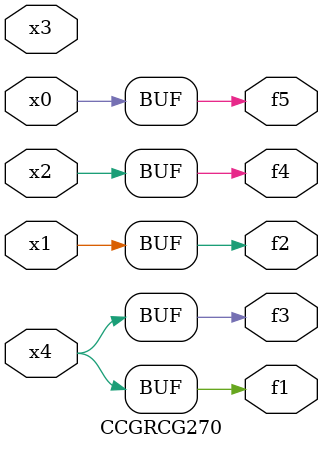
<source format=v>
module CCGRCG270(
	input x0, x1, x2, x3, x4,
	output f1, f2, f3, f4, f5
);
	assign f1 = x4;
	assign f2 = x1;
	assign f3 = x4;
	assign f4 = x2;
	assign f5 = x0;
endmodule

</source>
